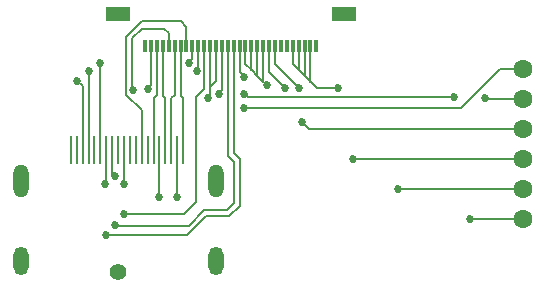
<source format=gtl>
G04 #@! TF.FileFunction,Copper,L1,Top,Signal*
%FSLAX46Y46*%
G04 Gerber Fmt 4.6, Leading zero omitted, Abs format (unit mm)*
G04 Created by KiCad (PCBNEW 4.0.7) date 09/28/18 02:57:55*
%MOMM*%
%LPD*%
G01*
G04 APERTURE LIST*
%ADD10C,0.100000*%
%ADD11R,2.000000X1.300000*%
%ADD12R,0.300000X1.000000*%
%ADD13R,0.280000X2.400000*%
%ADD14O,1.300000X2.800000*%
%ADD15O,1.300000X2.400000*%
%ADD16C,1.400000*%
%ADD17C,1.602000*%
%ADD18C,0.685800*%
%ADD19C,0.152400*%
G04 APERTURE END LIST*
D10*
D11*
X138985000Y-90000000D03*
D12*
X155785000Y-92700000D03*
X155285000Y-92700000D03*
X154785000Y-92700000D03*
X154285000Y-92700000D03*
X153785000Y-92700000D03*
X153285000Y-92700000D03*
X152785000Y-92700000D03*
X152285000Y-92700000D03*
X151785000Y-92700000D03*
X151285000Y-92700000D03*
X150785000Y-92700000D03*
X150285000Y-92700000D03*
X149785000Y-92700000D03*
X149285000Y-92700000D03*
X148785000Y-92700000D03*
X148285000Y-92700000D03*
X147785000Y-92700000D03*
X147285000Y-92700000D03*
X146785000Y-92700000D03*
X146285000Y-92700000D03*
X145785000Y-92700000D03*
X145285000Y-92700000D03*
X144785000Y-92700000D03*
X144285000Y-92700000D03*
X143785000Y-92700000D03*
X143285000Y-92700000D03*
X142785000Y-92700000D03*
X142285000Y-92700000D03*
X141785000Y-92700000D03*
X141285000Y-92700000D03*
D11*
X158085000Y-90000000D03*
D13*
X144500000Y-101520000D03*
X144000000Y-101520000D03*
X143500000Y-101520000D03*
X143000000Y-101520000D03*
X142500000Y-101520000D03*
X135000000Y-101520000D03*
X135500000Y-101520000D03*
X136000000Y-101520000D03*
X136500000Y-101520000D03*
X137000000Y-101520000D03*
X137500000Y-101520000D03*
X138000000Y-101520000D03*
X138500000Y-101520000D03*
X142000000Y-101520000D03*
X141500000Y-101520000D03*
X141000000Y-101520000D03*
X140500000Y-101520000D03*
X140000000Y-101520000D03*
X139500000Y-101520000D03*
D14*
X130750000Y-104120000D03*
D15*
X130750000Y-110900000D03*
D16*
X139000000Y-111800000D03*
D15*
X147250000Y-110900000D03*
D14*
X147250000Y-104120000D03*
D13*
X139000000Y-101520000D03*
D17*
X173300000Y-94600000D03*
X173300000Y-97140000D03*
X173300000Y-99680000D03*
X173300000Y-102220000D03*
X173300000Y-104760000D03*
X173300000Y-107300000D03*
D18*
X141500000Y-96300000D03*
X144000000Y-105500000D03*
X140300000Y-96400000D03*
X142500000Y-105500000D03*
X135500000Y-95600000D03*
X149700000Y-95300000D03*
X136500000Y-94800000D03*
X145700000Y-94800000D03*
X137500000Y-94100000D03*
X145000000Y-94100000D03*
X137900000Y-104400000D03*
X138000000Y-108700000D03*
X138700000Y-107800000D03*
X138700000Y-103700000D03*
X139500000Y-104400000D03*
X139500000Y-106900000D03*
X149700000Y-97900000D03*
X146600000Y-97100000D03*
X170100000Y-97100000D03*
X167400000Y-97000000D03*
X149700000Y-96700000D03*
X147500000Y-96700000D03*
X154600000Y-99100000D03*
X151600000Y-96000000D03*
X158900000Y-102200000D03*
X153100000Y-96200000D03*
X162700000Y-104800000D03*
X154300000Y-96200000D03*
X168800000Y-107300000D03*
X157600000Y-96200000D03*
D19*
X144500000Y-101520000D02*
X144500000Y-97100000D01*
X144285000Y-96885000D02*
X144285000Y-92700000D01*
X144500000Y-97100000D02*
X144285000Y-96885000D01*
X144000000Y-101520000D02*
X144000000Y-105500000D01*
X141785000Y-96015000D02*
X141785000Y-92700000D01*
X141500000Y-96300000D02*
X141785000Y-96015000D01*
X143500000Y-101520000D02*
X143500000Y-97100000D01*
X143785000Y-96815000D02*
X143785000Y-92700000D01*
X143500000Y-97100000D02*
X143785000Y-96815000D01*
X143000000Y-101520000D02*
X143000000Y-97100000D01*
X142785000Y-96885000D02*
X142785000Y-92700000D01*
X143000000Y-97100000D02*
X142785000Y-96885000D01*
X142500000Y-101520000D02*
X142500000Y-105500000D01*
X143285000Y-91585000D02*
X143285000Y-92700000D01*
X142900000Y-91200000D02*
X143285000Y-91585000D01*
X141000000Y-91200000D02*
X142900000Y-91200000D01*
X140200000Y-92000000D02*
X141000000Y-91200000D01*
X140200000Y-96300000D02*
X140200000Y-92000000D01*
X140300000Y-96400000D02*
X140200000Y-96300000D01*
X149285000Y-92700000D02*
X149285000Y-94885000D01*
X136000000Y-96100000D02*
X136000000Y-101520000D01*
X135500000Y-95600000D02*
X136000000Y-96100000D01*
X149285000Y-94885000D02*
X149700000Y-95300000D01*
X145785000Y-92700000D02*
X145785000Y-94715000D01*
X136500000Y-94800000D02*
X136500000Y-101520000D01*
X145785000Y-94715000D02*
X145700000Y-94800000D01*
X145285000Y-92700000D02*
X145285000Y-93815000D01*
X137500000Y-94100000D02*
X137500000Y-101520000D01*
X145285000Y-93815000D02*
X145000000Y-94100000D01*
X148785000Y-92700000D02*
X148785000Y-101715000D01*
X138000000Y-104300000D02*
X138000000Y-101520000D01*
X137900000Y-104400000D02*
X138000000Y-104300000D01*
X144800000Y-108700000D02*
X138000000Y-108700000D01*
X146400000Y-107100000D02*
X144800000Y-108700000D01*
X148400000Y-107100000D02*
X146400000Y-107100000D01*
X149300000Y-106200000D02*
X148400000Y-107100000D01*
X149300000Y-102230000D02*
X149300000Y-106200000D01*
X148785000Y-101715000D02*
X149300000Y-102230000D01*
X138500000Y-101520000D02*
X138500000Y-103500000D01*
X148285000Y-101985000D02*
X148285000Y-92700000D01*
X148800000Y-102500000D02*
X148285000Y-101985000D01*
X148800000Y-106000000D02*
X148800000Y-102500000D01*
X148200000Y-106600000D02*
X148800000Y-106000000D01*
X146300000Y-106600000D02*
X148200000Y-106600000D01*
X145000000Y-107900000D02*
X146300000Y-106600000D01*
X138800000Y-107900000D02*
X145000000Y-107900000D01*
X138700000Y-107800000D02*
X138800000Y-107900000D01*
X138500000Y-103500000D02*
X138700000Y-103700000D01*
X142000000Y-101520000D02*
X142000000Y-97100000D01*
X142285000Y-96815000D02*
X142285000Y-92700000D01*
X142000000Y-97100000D02*
X142285000Y-96815000D01*
X141000000Y-101520000D02*
X141000000Y-98100000D01*
X144785000Y-91085000D02*
X144785000Y-92700000D01*
X144300000Y-90600000D02*
X144785000Y-91085000D01*
X141000000Y-90600000D02*
X144300000Y-90600000D01*
X139700000Y-91900000D02*
X141000000Y-90600000D01*
X139700000Y-96800000D02*
X139700000Y-91900000D01*
X141000000Y-98100000D02*
X139700000Y-96800000D01*
X146285000Y-92700000D02*
X146285000Y-96315000D01*
X139500000Y-104400000D02*
X139500000Y-101520000D01*
X144600000Y-106900000D02*
X139500000Y-106900000D01*
X145600000Y-105900000D02*
X144600000Y-106900000D01*
X145600000Y-97000000D02*
X145600000Y-105900000D01*
X146285000Y-96315000D02*
X145600000Y-97000000D01*
X147285000Y-92700000D02*
X147285000Y-95615000D01*
X146800000Y-96000000D02*
X146785000Y-96000000D01*
X146785000Y-96015000D02*
X146800000Y-96000000D01*
X146785000Y-96115000D02*
X146785000Y-96015000D01*
X147285000Y-95615000D02*
X146785000Y-96115000D01*
X146785000Y-92700000D02*
X146785000Y-96000000D01*
X146785000Y-96000000D02*
X146785000Y-96915000D01*
X171300000Y-94600000D02*
X173300000Y-94600000D01*
X168000000Y-97900000D02*
X171300000Y-94600000D01*
X149700000Y-97900000D02*
X168000000Y-97900000D01*
X146785000Y-96915000D02*
X146600000Y-97100000D01*
X147785000Y-92700000D02*
X147785000Y-96415000D01*
X170140000Y-97140000D02*
X173300000Y-97140000D01*
X170100000Y-97100000D02*
X170140000Y-97140000D01*
X150000000Y-97000000D02*
X167400000Y-97000000D01*
X149700000Y-96700000D02*
X150000000Y-97000000D01*
X147785000Y-96415000D02*
X147500000Y-96700000D01*
X151285000Y-92700000D02*
X151285000Y-95685000D01*
X151285000Y-95685000D02*
X151200000Y-95600000D01*
X150785000Y-92700000D02*
X150785000Y-95185000D01*
X150785000Y-95185000D02*
X150800000Y-95200000D01*
X150285000Y-92700000D02*
X150285000Y-94685000D01*
X150285000Y-94685000D02*
X150300000Y-94700000D01*
X149785000Y-92700000D02*
X149785000Y-94185000D01*
X155180000Y-99680000D02*
X173300000Y-99680000D01*
X154600000Y-99100000D02*
X155180000Y-99680000D01*
X149785000Y-94185000D02*
X150300000Y-94700000D01*
X150300000Y-94700000D02*
X150800000Y-95200000D01*
X150800000Y-95200000D02*
X151200000Y-95600000D01*
X151200000Y-95600000D02*
X151600000Y-96000000D01*
X151785000Y-92700000D02*
X151785000Y-94885000D01*
X158920000Y-102220000D02*
X173300000Y-102220000D01*
X158900000Y-102200000D02*
X158920000Y-102220000D01*
X151785000Y-94885000D02*
X153100000Y-96200000D01*
X152285000Y-92700000D02*
X152285000Y-94185000D01*
X162740000Y-104760000D02*
X173300000Y-104760000D01*
X162700000Y-104800000D02*
X162740000Y-104760000D01*
X152285000Y-94185000D02*
X154300000Y-96200000D01*
X155285000Y-92700000D02*
X155285000Y-95685000D01*
X155285000Y-95685000D02*
X155300000Y-95700000D01*
X154785000Y-92700000D02*
X154785000Y-95185000D01*
X154785000Y-95185000D02*
X154800000Y-95200000D01*
X154285000Y-92700000D02*
X154285000Y-94685000D01*
X154285000Y-94685000D02*
X154300000Y-94700000D01*
X153785000Y-92700000D02*
X153785000Y-94185000D01*
X168800000Y-107300000D02*
X173300000Y-107300000D01*
X155800000Y-96200000D02*
X157600000Y-96200000D01*
X153785000Y-94185000D02*
X154300000Y-94700000D01*
X154300000Y-94700000D02*
X154800000Y-95200000D01*
X154800000Y-95200000D02*
X155300000Y-95700000D01*
X155300000Y-95700000D02*
X155800000Y-96200000D01*
M02*

</source>
